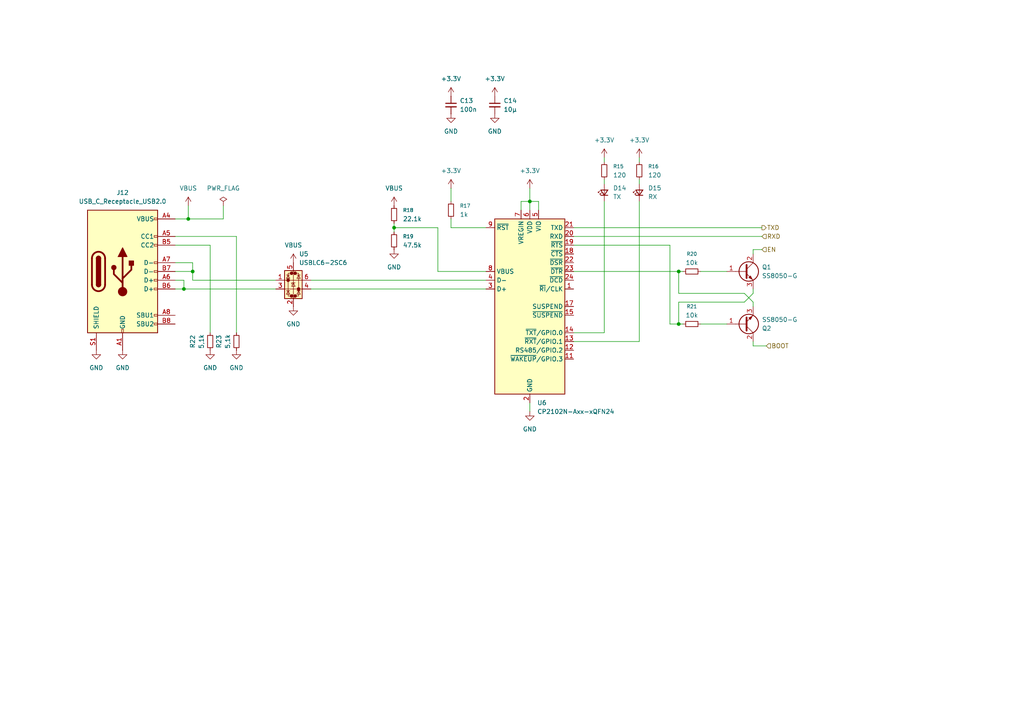
<source format=kicad_sch>
(kicad_sch (version 20250114) (generator "eeschema") (generator_version "9.0")
  (paper "A4")
  (lib_symbols
    (symbol "Connector:USB_C_Receptacle_USB2.0_16P" (pin_names (offset 1.016))
      (property "Reference" "J" (at 0 22.225 0))
      (property "Value" "USB_C_Receptacle_USB2.0_16P" (at 0 19.685 0))
      (symbol "USB_C_Receptacle_USB2.0_16P_0_0"
        (rectangle (start -0.254 -17.78) (end 0.254 -16.764))
        (rectangle (start 10.16 15.494) (end 9.144 14.986))
        (rectangle (start 10.16 10.414) (end 9.144 9.906))
        (rectangle (start 10.16 7.874) (end 9.144 7.366))
        (rectangle (start 10.16 2.794) (end 9.144 2.286))
        (rectangle (start 10.16 0.254) (end 9.144 -0.254))
        (rectangle (start 10.16 -2.286) (end 9.144 -2.794))
        (rectangle (start 10.16 -4.826) (end 9.144 -5.334))
        (rectangle (start 10.16 -12.446) (end 9.144 -12.954))
        (rectangle (start 10.16 -14.986) (end 9.144 -15.494))
      )
      (symbol "USB_C_Receptacle_USB2.0_16P_0_1"
        (rectangle (start -10.16 17.78) (end 10.16 -17.78) (stroke (width 0.254)) (fill (type background)))
        (polyline (pts (xy -8.89 -3.81) (xy -8.89 3.81)) (stroke (width 0.508)))
        (rectangle (start -7.62 -3.81) (end -6.35 3.81) (stroke (width 0.254)) (fill (type outline)))
        (arc (start -7.62 3.81) (mid -6.985 4.4423) (end -6.35 3.81) (stroke (width 0.254)))
        (arc (start -7.62 3.81) (mid -6.985 4.4423) (end -6.35 3.81) (stroke (width 0.254)) (fill (type outline)))
        (arc (start -8.89 3.81) (mid -6.985 5.7067) (end -5.08 3.81) (stroke (width 0.508)))
        (arc (start -5.08 -3.81) (mid -6.985 -5.7067) (end -8.89 -3.81) (stroke (width 0.508)))
        (arc (start -6.35 -3.81) (mid -6.985 -4.4423) (end -7.62 -3.81) (stroke (width 0.254)))
        (arc (start -6.35 -3.81) (mid -6.985 -4.4423) (end -7.62 -3.81) (stroke (width 0.254)) (fill (type outline)))
        (polyline (pts (xy -5.08 3.81) (xy -5.08 -3.81)) (stroke (width 0.508)))
        (circle (center -2.54 1.143) (radius 0.635) (stroke (width 0.254)) (fill (type outline)))
        (polyline (pts (xy -1.27 4.318) (xy 0 6.858) (xy 1.27 4.318) (xy -1.27 4.318)) (stroke (width 0.254)) (fill (type outline)))
        (polyline (pts (xy 0 -2.032) (xy 2.54 0.508) (xy 2.54 1.778)) (stroke (width 0.508)))
        (polyline (pts (xy 0 -3.302) (xy -2.54 -0.762) (xy -2.54 0.508)) (stroke (width 0.508)))
        (polyline (pts (xy 0 -5.842) (xy 0 4.318)) (stroke (width 0.508)))
        (circle (center 0 -5.842) (radius 1.27) (fill (type outline)))
        (rectangle (start 1.905 1.778) (end 3.175 3.048) (stroke (width 0.254)) (fill (type outline)))
      )
      (symbol "USB_C_Receptacle_USB2.0_16P_1_1"
        (pin passive line (at -7.62 -22.86 90) (length 5.08) (name "SHIELD") (number "S1"))
        (pin passive line (at 0 -22.86 90) (length 5.08) (name "GND") (number "A1"))
        (pin passive line (at 0 -22.86 90) (length 5.08) (hide yes) (name "GND") (number "A12"))
        (pin passive line (at 0 -22.86 90) (length 5.08) (hide yes) (name "GND") (number "B1"))
        (pin passive line (at 0 -22.86 90) (length 5.08) (hide yes) (name "GND") (number "B12"))
        (pin passive line (at 15.24 15.24 180) (length 5.08) (name "VBUS") (number "A4"))
        (pin passive line (at 15.24 15.24 180) (length 5.08) (hide yes) (name "VBUS") (number "A9"))
        (pin passive line (at 15.24 15.24 180) (length 5.08) (hide yes) (name "VBUS") (number "B4"))
        (pin passive line (at 15.24 15.24 180) (length 5.08) (hide yes) (name "VBUS") (number "B9"))
        (pin bidirectional line (at 15.24 10.16 180) (length 5.08) (name "CC1") (number "A5"))
        (pin bidirectional line (at 15.24 7.62 180) (length 5.08) (name "CC2") (number "B5"))
        (pin bidirectional line (at 15.24 2.54 180) (length 5.08) (name "D-") (number "A7"))
        (pin bidirectional line (at 15.24 0 180) (length 5.08) (name "D-") (number "B7"))
        (pin bidirectional line (at 15.24 -2.54 180) (length 5.08) (name "D+") (number "A6"))
        (pin bidirectional line (at 15.24 -5.08 180) (length 5.08) (name "D+") (number "B6"))
        (pin bidirectional line (at 15.24 -12.7 180) (length 5.08) (name "SBU1") (number "A8"))
        (pin bidirectional line (at 15.24 -15.24 180) (length 5.08) (name "SBU2") (number "B8"))
      )
    )
    (symbol "Device:C_Small" (pin_numbers (hide yes)) (pin_names (offset 0.254) (hide yes))
      (property "Reference" "C" (at 0.254 1.778 0))
      (property "Value" "C_Small" (at 0.254 -2.032 0))
      (symbol "C_Small_0_1"
        (polyline (pts (xy -1.524 0.508) (xy 1.524 0.508)) (stroke (width 0.3048)))
        (polyline (pts (xy -1.524 -0.508) (xy 1.524 -0.508)) (stroke (width 0.3302)))
      )
      (symbol "C_Small_1_1"
        (pin passive line (at 0 2.54 270) (length 2.032) (name "~") (number "1"))
        (pin passive line (at 0 -2.54 90) (length 2.032) (name "~") (number "2"))
      )
    )
    (symbol "Device:LED_Small" (pin_numbers (hide yes)) (pin_names (offset 0.254) (hide yes))
      (property "Reference" "D" (at -1.27 3.175 0))
      (property "Value" "LED_Small" (at -4.445 -2.54 0))
      (symbol "LED_Small_0_1"
        (polyline (pts (xy -0.762 -1.016) (xy -0.762 1.016)) (stroke (width 0.254)))
        (polyline (pts (xy 0 0.762) (xy -0.508 1.27) (xy -0.254 1.27) (xy -0.508 1.27) (xy -0.508 1.016)))
        (polyline (pts (xy 0.508 1.27) (xy 0 1.778) (xy 0.254 1.778) (xy 0 1.778) (xy 0 1.524)))
        (polyline (pts (xy 0.762 -1.016) (xy -0.762 0) (xy 0.762 1.016) (xy 0.762 -1.016)) (stroke (width 0.254)))
        (polyline (pts (xy 1.016 0) (xy -0.762 0)))
      )
      (symbol "LED_Small_1_1"
        (pin passive line (at -2.54 0 0) (length 1.778) (name "K") (number "1"))
        (pin passive line (at 2.54 0 180) (length 1.778) (name "A") (number "2"))
      )
    )
    (symbol "Device:R_Small" (pin_numbers (hide yes)) (pin_names (offset 0.254) (hide yes))
      (property "Reference" "R" (at 0 0 90))
      (property "Value" "R_Small" (at 1.778 0 90))
      (symbol "R_Small_0_1"
        (rectangle (start -0.762 1.778) (end 0.762 -1.778) (stroke (width 0.2032)))
      )
      (symbol "R_Small_1_1"
        (pin passive line (at 0 2.54 270) (length 0.762) (name "~") (number "1"))
        (pin passive line (at 0 -2.54 90) (length 0.762) (name "~") (number "2"))
      )
    )
    (symbol "Interface_USB:CP2102N-Axx-xQFN24"
      (property "Reference" "U" (at -8.89 26.67 0))
      (property "Value" "CP2102N-Axx-xQFN24" (at 13.97 26.67 0))
      (symbol "CP2102N-Axx-xQFN24_0_1"
        (rectangle (start -10.16 25.4) (end 10.16 -25.4) (stroke (width 0.254)) (fill (type background)))
      )
      (symbol "CP2102N-Axx-xQFN24_1_1"
        (pin input line (at -12.7 22.86 0) (length 2.54) (name "~{RST}") (number "9"))
        (pin input line (at -12.7 10.16 0) (length 2.54) (name "VBUS") (number "8"))
        (pin bidirectional line (at -12.7 7.62 0) (length 2.54) (name "D-") (number "4"))
        (pin bidirectional line (at -12.7 5.08 0) (length 2.54) (name "D+") (number "3"))
        (pin no_connect line (at -10.16 -22.86 0) (length 2.54) (hide yes) (name "NC") (number "10"))
        (pin power_in line (at -2.54 27.94 270) (length 2.54) (name "VREGIN") (number "7"))
        (pin power_in line (at 0 27.94 270) (length 2.54) (name "VDD") (number "6"))
        (pin power_in line (at 0 -27.94 90) (length 2.54) (name "GND") (number "2"))
        (pin passive line (at 0 -27.94 90) (length 2.54) (hide yes) (name "GND") (number "25"))
        (pin power_in line (at 2.54 27.94 270) (length 2.54) (name "VIO") (number "5"))
        (pin no_connect line (at 10.16 -22.86 180) (length 2.54) (hide yes) (name "NC") (number "16"))
        (pin output line (at 12.7 22.86 180) (length 2.54) (name "TXD") (number "21"))
        (pin input line (at 12.7 20.32 180) (length 2.54) (name "RXD") (number "20"))
        (pin output line (at 12.7 17.78 180) (length 2.54) (name "~{RTS}") (number "19"))
        (pin input line (at 12.7 15.24 180) (length 2.54) (name "~{CTS}") (number "18"))
        (pin input line (at 12.7 12.7 180) (length 2.54) (name "~{DSR}") (number "22"))
        (pin output line (at 12.7 10.16 180) (length 2.54) (name "~{DTR}") (number "23"))
        (pin input line (at 12.7 7.62 180) (length 2.54) (name "~{DCD}") (number "24"))
        (pin bidirectional line (at 12.7 5.08 180) (length 2.54) (name "~{RI}/CLK") (number "1"))
        (pin output line (at 12.7 0 180) (length 2.54) (name "SUSPEND") (number "17"))
        (pin output line (at 12.7 -2.54 180) (length 2.54) (name "~{SUSPEND}") (number "15"))
        (pin bidirectional line (at 12.7 -7.62 180) (length 2.54) (name "~{TXT}/GPIO.0") (number "14"))
        (pin bidirectional line (at 12.7 -10.16 180) (length 2.54) (name "~{RXT}/GPIO.1") (number "13"))
        (pin bidirectional line (at 12.7 -12.7 180) (length 2.54) (name "RS485/GPIO.2") (number "12"))
        (pin bidirectional line (at 12.7 -15.24 180) (length 2.54) (name "~{WAKEUP}/GPIO.3") (number "11"))
      )
    )
    (symbol "Power_Protection:USBLC6-2SC6" (pin_names (hide yes))
      (property "Reference" "U" (at 0.635 5.715 0))
      (property "Value" "USBLC6-2SC6" (at 0.635 3.81 0))
      (symbol "USBLC6-2SC6_0_0"
        (circle (center -1.524 0) (radius 0.0001) (stroke (width 0.508)))
        (circle (center -0.508 2.032) (radius 0.0001) (stroke (width 0.508)))
        (circle (center -0.508 -4.572) (radius 0.0001) (stroke (width 0.508)))
        (circle (center 0.508 2.032) (radius 0.0001) (stroke (width 0.508)))
        (circle (center 0.508 -4.572) (radius 0.0001) (stroke (width 0.508)))
        (circle (center 1.524 -2.54) (radius 0.0001) (stroke (width 0.508)))
      )
      (symbol "USBLC6-2SC6_0_1"
        (polyline (pts (xy -2.54 0) (xy 2.54 0)))
        (polyline (pts (xy -2.54 -2.54) (xy 2.54 -2.54)))
        (polyline (pts (xy -2.032 0.508) (xy -1.016 0.508) (xy -1.524 1.524) (xy -2.032 0.508)))
        (polyline (pts (xy -2.032 -3.048) (xy -1.016 -3.048)))
        (polyline (pts (xy -1.016 1.524) (xy -2.032 1.524)))
        (polyline (pts (xy -1.016 -4.064) (xy -2.032 -4.064) (xy -1.524 -3.048) (xy -1.016 -4.064)))
        (polyline (pts (xy -0.508 -1.143) (xy -0.508 -0.762) (xy 0.508 -0.762)))
        (polyline (pts (xy 0 2.54) (xy -0.508 2.032) (xy 0.508 2.032) (xy 0 1.524) (xy 0 -4.064) (xy -0.508 -4.572) (xy 0.508 -4.572) (xy 0 -5.08)))
        (polyline (pts (xy 0.508 -1.778) (xy -0.508 -1.778) (xy 0 -0.762) (xy 0.508 -1.778)))
        (polyline (pts (xy 1.016 1.524) (xy 2.032 1.524)))
        (polyline (pts (xy 1.016 -3.048) (xy 2.032 -3.048)))
        (polyline (pts (xy 2.032 0.508) (xy 1.016 0.508) (xy 1.524 1.524) (xy 2.032 0.508)))
        (polyline (pts (xy 2.032 -4.064) (xy 1.016 -4.064) (xy 1.524 -3.048) (xy 2.032 -4.064)))
      )
      (symbol "USBLC6-2SC6_1_1"
        (rectangle (start -2.54 2.794) (end 2.54 -5.334) (stroke (width 0.254)) (fill (type background)))
        (polyline (pts (xy -0.508 2.032) (xy -1.524 2.032) (xy -1.524 -4.572) (xy -0.508 -4.572)))
        (polyline (pts (xy 0.508 -4.572) (xy 1.524 -4.572) (xy 1.524 2.032) (xy 0.508 2.032)))
        (pin passive line (at -5.08 0 0) (length 2.54) (name "I/O1") (number "1"))
        (pin passive line (at -5.08 -2.54 0) (length 2.54) (name "I/O2") (number "3"))
        (pin passive line (at 0 5.08 270) (length 2.54) (name "VBUS") (number "5"))
        (pin passive line (at 0 -7.62 90) (length 2.54) (name "GND") (number "2"))
        (pin passive line (at 5.08 0 180) (length 2.54) (name "I/O1") (number "6"))
        (pin passive line (at 5.08 -2.54 180) (length 2.54) (name "I/O2") (number "4"))
      )
    )
    (symbol "Transistor_BJT:Q_NPN_BCE" (pin_names (offset 0) (hide yes))
      (property "Reference" "Q" (at 5.08 1.27 0))
      (property "Value" "Q_NPN_BCE" (at 5.08 -1.27 0))
      (symbol "Q_NPN_BCE_0_1"
        (polyline (pts (xy -2.54 0) (xy 0.635 0)))
        (polyline (pts (xy 0.635 1.905) (xy 0.635 -1.905)) (stroke (width 0.508)))
        (circle (center 1.27 0) (radius 2.8194) (stroke (width 0.254)))
      )
      (symbol "Q_NPN_BCE_1_1"
        (polyline (pts (xy 0.635 0.635) (xy 2.54 2.54)))
        (polyline (pts (xy 0.635 -0.635) (xy 2.54 -2.54)))
        (polyline (pts (xy 1.27 -1.778) (xy 1.778 -1.27) (xy 2.286 -2.286) (xy 1.27 -1.778)) (fill (type outline)))
        (pin input line (at -5.08 0 0) (length 2.54) (name "B") (number "1"))
        (pin passive line (at 2.54 5.08 270) (length 2.54) (name "C") (number "2"))
        (pin passive line (at 2.54 -5.08 90) (length 2.54) (name "E") (number "3"))
      )
    )
    (symbol "power:+3.3V" (power) (pin_numbers (hide yes)) (pin_names (offset 0) (hide yes))
      (property "Value" "+3.3V" (at 0 3.556 0))
      (symbol "+3.3V_0_1"
        (polyline (pts (xy -0.762 1.27) (xy 0 2.54)))
        (polyline (pts (xy 0 2.54) (xy 0.762 1.27)))
        (polyline (pts (xy 0 0) (xy 0 2.54)))
      )
      (symbol "+3.3V_1_1"
        (pin power_in line (at 0 0 90) (length 0) (name "~") (number "1"))
      )
    )
    (symbol "power:GND" (power) (pin_numbers (hide yes)) (pin_names (offset 0) (hide yes))
      (property "Value" "GND" (at 0 -3.81 0))
      (symbol "GND_0_1"
        (polyline (pts (xy 0 0) (xy 0 -1.27) (xy 1.27 -1.27) (xy 0 -2.54) (xy -1.27 -1.27) (xy 0 -1.27)))
      )
      (symbol "GND_1_1"
        (pin power_in line (at 0 0 270) (length 0) (name "~") (number "1"))
      )
    )
    (symbol "power:PWR_FLAG" (power) (pin_numbers (hide yes)) (pin_names (offset 0) (hide yes))
      (property "Value" "PWR_FLAG" (at 0 3.81 0))
      (symbol "PWR_FLAG_0_0"
        (pin power_out line (at 0 0 90) (length 0) (name "~") (number "1"))
      )
      (symbol "PWR_FLAG_0_1"
        (polyline (pts (xy 0 0) (xy 0 1.27) (xy -1.016 1.905) (xy 0 2.54) (xy 1.016 1.905) (xy 0 1.27)))
      )
    )
    (symbol "power:VBUS" (power) (pin_numbers (hide yes)) (pin_names (offset 0) (hide yes))
      (property "Value" "VBUS" (at 0 3.556 0))
      (symbol "VBUS_0_1"
        (polyline (pts (xy -0.762 1.27) (xy 0 2.54)))
        (polyline (pts (xy 0 2.54) (xy 0.762 1.27)))
        (polyline (pts (xy 0 0) (xy 0 2.54)))
      )
      (symbol "VBUS_1_1"
        (pin power_in line (at 0 0 90) (length 0) (name "~") (number "1"))
      )
    )
  )
  (junction (at 54.61 63.5))
  (junction (at 114.3 66.04))
  (junction (at 196.85 93.98))
  (junction (at 55.88 78.74))
  (junction (at 196.85 78.74))
  (junction (at 53.34 83.82))
  (junction (at 153.67 58.42))
  (wire (pts (xy 166.37 99.06) (xy 185.42 99.06)))
  (wire (pts (xy 153.67 54.61) (xy 153.67 58.42)))
  (wire (pts (xy 55.88 76.2) (xy 55.88 78.74)))
  (wire (pts (xy 54.61 63.5) (xy 54.61 59.69)))
  (wire (pts (xy 114.3 64.77) (xy 114.3 66.04)))
  (wire (pts (xy 218.44 100.33) (xy 222.25 100.33)))
  (wire (pts (xy 64.77 63.5) (xy 54.61 63.5)))
  (wire (pts (xy 127 78.74) (xy 140.97 78.74)))
  (wire (pts (xy 194.31 93.98) (xy 196.85 93.98)))
  (wire (pts (xy 55.88 81.28) (xy 55.88 78.74)))
  (wire (pts (xy 60.96 71.12) (xy 60.96 96.52)))
  (wire (pts (xy 218.44 99.06) (xy 218.44 100.33)))
  (wire (pts (xy 153.67 119.38) (xy 153.67 116.84)))
  (wire (pts (xy 218.44 72.39) (xy 218.44 73.66)))
  (wire (pts (xy 196.85 85.09) (xy 215.9 85.09)))
  (wire (pts (xy 64.77 59.69) (xy 64.77 63.5)))
  (wire (pts (xy 175.26 45.72) (xy 175.26 46.99)))
  (wire (pts (xy 151.13 58.42) (xy 151.13 60.96)))
  (wire (pts (xy 130.81 66.04) (xy 140.97 66.04)))
  (wire (pts (xy 218.44 87.63) (xy 215.9 85.09)))
  (wire (pts (xy 175.26 96.52) (xy 166.37 96.52)))
  (wire (pts (xy 185.42 45.72) (xy 185.42 46.99)))
  (wire (pts (xy 185.42 52.07) (xy 185.42 53.34)))
  (wire (pts (xy 53.34 83.82) (xy 50.8 83.82)))
  (wire (pts (xy 151.13 58.42) (xy 153.67 58.42)))
  (wire (pts (xy 203.2 93.98) (xy 210.82 93.98)))
  (wire (pts (xy 68.58 68.58) (xy 68.58 96.52)))
  (wire (pts (xy 196.85 87.63) (xy 196.85 93.98)))
  (wire (pts (xy 175.26 52.07) (xy 175.26 53.34)))
  (wire (pts (xy 114.3 66.04) (xy 127 66.04)))
  (wire (pts (xy 210.82 78.74) (xy 203.2 78.74)))
  (wire (pts (xy 90.17 83.82) (xy 140.97 83.82)))
  (wire (pts (xy 53.34 81.28) (xy 53.34 83.82)))
  (wire (pts (xy 127 66.04) (xy 127 78.74)))
  (wire (pts (xy 166.37 78.74) (xy 196.85 78.74)))
  (wire (pts (xy 175.26 58.42) (xy 175.26 96.52)))
  (wire (pts (xy 156.21 58.42) (xy 156.21 60.96)))
  (wire (pts (xy 50.8 68.58) (xy 68.58 68.58)))
  (wire (pts (xy 196.85 85.09) (xy 196.85 78.74)))
  (wire (pts (xy 50.8 63.5) (xy 54.61 63.5)))
  (wire (pts (xy 153.67 58.42) (xy 153.67 60.96)))
  (wire (pts (xy 55.88 81.28) (xy 80.01 81.28)))
  (wire (pts (xy 218.44 88.9) (xy 218.44 87.63)))
  (wire (pts (xy 185.42 99.06) (xy 185.42 58.42)))
  (wire (pts (xy 130.81 66.04) (xy 130.81 63.5)))
  (wire (pts (xy 194.31 71.12) (xy 194.31 93.98)))
  (wire (pts (xy 50.8 76.2) (xy 55.88 76.2)))
  (wire (pts (xy 80.01 83.82) (xy 53.34 83.82)))
  (wire (pts (xy 196.85 87.63) (xy 215.9 87.63)))
  (wire (pts (xy 218.44 83.82) (xy 218.44 85.09)))
  (wire (pts (xy 50.8 71.12) (xy 60.96 71.12)))
  (wire (pts (xy 166.37 71.12) (xy 194.31 71.12)))
  (wire (pts (xy 218.44 85.09) (xy 215.9 87.63)))
  (wire (pts (xy 90.17 81.28) (xy 140.97 81.28)))
  (wire (pts (xy 166.37 66.04) (xy 220.98 66.04)))
  (wire (pts (xy 50.8 78.74) (xy 55.88 78.74)))
  (wire (pts (xy 196.85 93.98) (xy 198.12 93.98)))
  (wire (pts (xy 166.37 68.58) (xy 220.98 68.58)))
  (wire (pts (xy 218.44 72.39) (xy 220.98 72.39)))
  (wire (pts (xy 50.8 81.28) (xy 53.34 81.28)))
  (wire (pts (xy 196.85 78.74) (xy 198.12 78.74)))
  (wire (pts (xy 130.81 58.42) (xy 130.81 54.61)))
  (wire (pts (xy 156.21 58.42) (xy 153.67 58.42)))
  (wire (pts (xy 114.3 66.04) (xy 114.3 67.31)))
  (hierarchical_label "EN" (shape input) (at 220.98 72.39 0))
  (hierarchical_label "RXD" (shape input) (at 220.98 68.58 0))
  (hierarchical_label "TXD" (shape output) (at 220.98 66.04 0))
  (hierarchical_label "BOOT" (shape input) (at 222.25 100.33 0))
  (symbol (lib_id "power:GND") (at 35.56 101.6 0) (unit 1)
    (property "Reference" "#PWR077" (effects (hide yes)))
    (property "Value" "GND" (at 35.56 106.68 0))
  )
  (symbol (lib_id "power:GND") (at 114.3 72.39 0) (unit 1)
    (property "Reference" "#PWR073" (effects (hide yes)))
    (property "Value" "GND" (at 114.3 77.47 0))
    (property "Description" "Power symbol creates a global label with name \"GND\" , ground" (effects (hide yes)))
  )
  (symbol (lib_id "Device:C_Small") (at 143.51 30.48 0) (unit 1)
    (property "Reference" "C14" (at 146.05 29.2162 0) (effects (justify left)))
    (property "Value" "10µ" (at 146.05 31.7562 0) (effects (justify left)))
    (property "Footprint" "Capacitor_SMD:C_0603_1608Metric" (effects (hide yes)))
    (property "Description" "Unpolarized capacitor, small symbol" (effects (hide yes)))
  )
  (symbol (lib_id "power:+3.3V") (at 185.42 45.72 0) (unit 1)
    (property "Reference" "#PWR068" (effects (hide yes)))
    (property "Value" "+3.3V" (at 185.42 40.64 0))
    (property "Description" "Power symbol creates a global label with name \"+3.3V\"" (effects (hide yes)))
  )
  (symbol (lib_id "Power_Protection:USBLC6-2SC6") (at 85.09 81.28 0) (unit 1)
    (property "Reference" "U5" (at 86.7411 73.66 0) (effects (justify left)))
    (property "Value" "USBLC6-2SC6" (at 86.7411 76.2 0) (effects (justify left)))
    (property "Footprint" "Package_TO_SOT_SMD:SOT-23-6" (effects (hide yes)))
    (property "Datasheet" "https://www.st.com/resource/en/datasheet/usblc6-2.pdf" (effects (hide yes)))
    (property "Description" "Very low capacitance ESD protection diode, 2 data-line, SOT-23-6" (effects (hide yes)))
  )
  (symbol (lib_id "power:+3.3V") (at 130.81 54.61 0) (unit 1)
    (property "Reference" "#PWR069" (effects (hide yes)))
    (property "Value" "+3.3V" (at 130.81 49.53 0))
    (property "Description" "Power symbol creates a global label with name \"+3.3V\"" (effects (hide yes)))
  )
  (symbol (lib_id "power:GND") (at 27.94 101.6 0) (unit 1)
    (property "Reference" "#PWR076" (effects (hide yes)))
    (property "Value" "GND" (at 27.94 106.68 0))
  )
  (symbol (lib_id "Transistor_BJT:Q_NPN_BCE") (at 215.9 78.74 0) (unit 1)
    (property "Reference" "Q1" (at 220.98 77.4699 0) (effects (justify left)))
    (property "Value" "SS8050-G" (at 220.98 80.0099 0) (effects (justify left)))
    (property "Footprint" "Package_TO_SOT_SMD:SOT-23-3" (effects (hide yes)))
    (property "Description" "NPN transistor, base/collector/emitter" (effects (hide yes)))
  )
  (symbol (lib_id "power:GND") (at 143.51 33.02 0) (unit 1)
    (property "Reference" "#PWR066" (effects (hide yes)))
    (property "Value" "GND" (at 143.51 38.1 0))
    (property "Description" "Power symbol creates a global label with name \"GND\" , ground" (effects (hide yes)))
  )
  (symbol (lib_id "power:VBUS") (at 114.3 59.69 0) (unit 1)
    (property "Reference" "#PWR072" (effects (hide yes)))
    (property "Value" "VBUS" (at 114.3 54.61 0))
    (property "Description" "Power symbol creates a global label with name \"VBUS\"" (effects (hide yes)))
  )
  (symbol (lib_id "Device:R_Small") (at 68.58 99.06 180) (unit 1)
    (property "Reference" "R23" (at 63.5 99.06 90))
    (property "Value" "5,1k" (at 66.04 99.06 90))
    (property "Footprint" "Resistor_SMD:R_0603_1608Metric" (effects (hide yes)))
  )
  (symbol (lib_id "Device:LED_Small") (at 175.26 55.88 90) (unit 1)
    (property "Reference" "D14" (at 177.8 54.5464 90) (effects (justify right)))
    (property "Value" "TX" (at 177.8 57.0864 90) (effects (justify right)))
    (property "Footprint" "LED_SMD:LED_0805_2012Metric" (effects (hide yes)))
    (property "Description" "Light emitting diode, small symbol" (effects (hide yes)))
    (property "Sim.Pin" "1=K 2=A" (effects (hide yes)))
  )
  (symbol (lib_id "power:VBUS") (at 85.09 76.2 0) (unit 1)
    (property "Reference" "#PWR074" (effects (hide yes)))
    (property "Value" "VBUS" (at 85.09 71.12 0))
    (property "Description" "Power symbol creates a global label with name \"VBUS\"" (effects (hide yes)))
  )
  (symbol (lib_id "Connector:USB_C_Receptacle_USB2.0_16P") (at 35.56 78.74 0) (unit 1)
    (property "Reference" "J12" (at 35.56 55.88 0))
    (property "Value" "USB_C_Receptacle_USB2.0" (at 35.56 58.42 0))
    (property "Footprint" "Connector_USB:USB_C_Receptacle_GCT_USB4105-xx-A_16P_TopMnt_Horizontal" (effects (hide yes)))
    (property "Datasheet" "https://www.usb.org/sites/default/files/documents/usb_type-c.zip" (effects (hide yes)))
    (property "Description" "USB 2.0-only 16P Type-C Receptacle connector" (effects (hide yes)))
  )
  (symbol (lib_id "power:+3.3V") (at 153.67 54.61 0) (unit 1)
    (property "Reference" "#PWR070" (effects (hide yes)))
    (property "Value" "+3.3V" (at 153.67 49.53 0))
    (property "Description" "Power symbol creates a global label with name \"+3.3V\"" (effects (hide yes)))
  )
  (symbol (lib_id "Device:R_Small") (at 175.26 49.53 0) (unit 1)
    (property "Reference" "R15" (at 177.8 48.2599 0) (effects (font (size 1.016 1.016)) (justify left)))
    (property "Value" "120" (at 177.8 50.7999 0) (effects (justify left)))
    (property "Footprint" "Resistor_SMD:R_0603_1608Metric" (effects (hide yes)))
    (property "Description" "Resistor, small symbol" (effects (hide yes)))
  )
  (symbol (lib_id "power:GND") (at 130.81 33.02 0) (unit 1)
    (property "Reference" "#PWR065" (effects (hide yes)))
    (property "Value" "GND" (at 130.81 38.1 0))
    (property "Description" "Power symbol creates a global label with name \"GND\" , ground" (effects (hide yes)))
  )
  (symbol (lib_id "Device:R_Small") (at 200.66 93.98 90) (unit 1)
    (property "Reference" "R21" (at 200.66 88.9 90) (effects (font (size 1.016 1.016))))
    (property "Value" "10k" (at 200.66 91.44 90))
    (property "Footprint" "Resistor_SMD:R_0603_1608Metric" (effects (hide yes)))
    (property "Description" "Resistor, small symbol" (effects (hide yes)))
  )
  (symbol (lib_id "power:+3.3V") (at 143.51 27.94 0) (unit 1)
    (property "Reference" "#PWR064" (effects (hide yes)))
    (property "Value" "+3.3V" (at 143.51 22.86 0))
    (property "Description" "Power symbol creates a global label with name \"+3.3V\"" (effects (hide yes)))
  )
  (symbol (lib_id "power:GND") (at 153.67 119.38 0) (unit 1)
    (property "Reference" "#PWR080" (effects (hide yes)))
    (property "Value" "GND" (at 153.67 124.46 0))
    (property "Description" "Power symbol creates a global label with name \"GND\" , ground" (effects (hide yes)))
  )
  (symbol (lib_id "power:GND") (at 60.96 101.6 0) (unit 1)
    (property "Reference" "#PWR078" (effects (hide yes)))
    (property "Value" "GND" (at 60.96 106.68 0))
  )
  (symbol (lib_id "Transistor_BJT:Q_NPN_BCE") (at 215.9 93.98 0) (mirror x) (unit 1)
    (property "Reference" "Q2" (at 220.98 95.2501 0) (effects (justify left)))
    (property "Value" "SS8050-G" (at 220.98 92.7101 0) (effects (justify left)))
    (property "Footprint" "Package_TO_SOT_SMD:SOT-23-3" (effects (hide yes)))
    (property "Description" "NPN transistor, base/collector/emitter" (effects (hide yes)))
  )
  (symbol (lib_id "power:PWR_FLAG") (at 64.77 59.69 0) (unit 1)
    (property "Reference" "#FLG05" (effects (hide yes)))
    (property "Value" "PWR_FLAG" (at 64.77 54.61 0))
    (property "Description" "Special symbol for telling ERC where power comes from" (effects (hide yes)))
  )
  (symbol (lib_id "Device:R_Small") (at 114.3 69.85 0) (unit 1)
    (property "Reference" "R19" (at 116.84 68.5799 0) (effects (font (size 1.016 1.016)) (justify left)))
    (property "Value" "47.5k" (at 116.84 71.1199 0) (effects (justify left)))
    (property "Footprint" "Resistor_SMD:R_0603_1608Metric" (effects (hide yes)))
    (property "Description" "Resistor, small symbol" (effects (hide yes)))
  )
  (symbol (lib_id "Device:R_Small") (at 60.96 99.06 180) (unit 1)
    (property "Reference" "R22" (at 55.88 99.06 90))
    (property "Value" "5,1k" (at 58.42 99.06 90))
    (property "Footprint" "Resistor_SMD:R_0603_1608Metric" (effects (hide yes)))
  )
  (symbol (lib_id "power:VBUS") (at 54.61 59.69 0) (unit 1)
    (property "Reference" "#PWR071" (effects (hide yes)))
    (property "Value" "VBUS" (at 54.61 54.61 0))
  )
  (symbol (lib_id "Device:R_Small") (at 200.66 78.74 90) (unit 1)
    (property "Reference" "R20" (at 200.66 73.66 90) (effects (font (size 1.016 1.016))))
    (property "Value" "10k" (at 200.66 76.2 90))
    (property "Footprint" "Resistor_SMD:R_0603_1608Metric" (effects (hide yes)))
    (property "Description" "Resistor, small symbol" (effects (hide yes)))
  )
  (symbol (lib_id "power:GND") (at 85.09 88.9 0) (unit 1)
    (property "Reference" "#PWR075" (effects (hide yes)))
    (property "Value" "GND" (at 85.09 93.98 0))
    (property "Description" "Power symbol creates a global label with name \"GND\" , ground" (effects (hide yes)))
  )
  (symbol (lib_id "power:+3.3V") (at 175.26 45.72 0) (unit 1)
    (property "Reference" "#PWR067" (effects (hide yes)))
    (property "Value" "+3.3V" (at 175.26 40.64 0))
    (property "Description" "Power symbol creates a global label with name \"+3.3V\"" (effects (hide yes)))
  )
  (symbol (lib_id "power:GND") (at 68.58 101.6 0) (unit 1)
    (property "Reference" "#PWR079" (effects (hide yes)))
    (property "Value" "GND" (at 68.58 106.68 0))
  )
  (symbol (lib_id "Device:R_Small") (at 114.3 62.23 0) (unit 1)
    (property "Reference" "R18" (at 116.84 60.9599 0) (effects (font (size 1.016 1.016)) (justify left)))
    (property "Value" "22.1k" (at 116.84 63.4999 0) (effects (justify left)))
    (property "Footprint" "Resistor_SMD:R_0603_1608Metric" (effects (hide yes)))
    (property "Description" "Resistor, small symbol" (effects (hide yes)))
  )
  (symbol (lib_id "Interface_USB:CP2102N-Axx-xQFN24") (at 153.67 88.9 0) (unit 1)
    (property "Reference" "U6" (at 155.8133 116.84 0) (effects (justify left)))
    (property "Value" "CP2102N-Axx-xQFN24" (at 155.8133 119.38 0) (effects (justify left)))
    (property "Footprint" "Package_DFN_QFN:QFN-24-1EP_4x4mm_P0.5mm_EP2.6x2.6mm" (effects (hide yes)))
    (property "Datasheet" "https://www.silabs.com/documents/public/data-sheets/cp2102n-datasheet.pdf" (effects (hide yes)))
    (property "Description" "USB to UART master bridge, QFN-24" (effects (hide yes)))
  )
  (symbol (lib_id "Device:C_Small") (at 130.81 30.48 0) (unit 1)
    (property "Reference" "C13" (at 133.35 29.2162 0) (effects (justify left)))
    (property "Value" "100n" (at 133.35 31.7562 0) (effects (justify left)))
    (property "Footprint" "Capacitor_SMD:C_0603_1608Metric" (effects (hide yes)))
    (property "Description" "Unpolarized capacitor, small symbol" (effects (hide yes)))
  )
  (symbol (lib_id "Device:LED_Small") (at 185.42 55.88 90) (unit 1)
    (property "Reference" "D15" (at 187.96 54.5464 90) (effects (justify right)))
    (property "Value" "RX" (at 187.96 57.0864 90) (effects (justify right)))
    (property "Footprint" "LED_SMD:LED_0805_2012Metric" (effects (hide yes)))
    (property "Description" "Light emitting diode, small symbol" (effects (hide yes)))
    (property "Sim.Pin" "1=K 2=A" (effects (hide yes)))
  )
  (symbol (lib_id "Device:R_Small") (at 185.42 49.53 0) (unit 1)
    (property "Reference" "R16" (at 187.96 48.2599 0) (effects (font (size 1.016 1.016)) (justify left)))
    (property "Value" "120" (at 187.96 50.7999 0) (effects (justify left)))
    (property "Footprint" "Resistor_SMD:R_0603_1608Metric" (effects (hide yes)))
    (property "Description" "Resistor, small symbol" (effects (hide yes)))
  )
  (symbol (lib_id "Device:R_Small") (at 130.81 60.96 0) (unit 1)
    (property "Reference" "R17" (at 133.35 59.6899 0) (effects (font (size 1.016 1.016)) (justify left)))
    (property "Value" "1k" (at 133.35 62.2299 0) (effects (justify left)))
    (property "Footprint" "Resistor_SMD:R_0603_1608Metric" (effects (hide yes)))
    (property "Description" "Resistor, small symbol" (effects (hide yes)))
  )
  (symbol (lib_id "power:+3.3V") (at 130.81 27.94 0) (unit 1)
    (property "Reference" "#PWR063" (effects (hide yes)))
    (property "Value" "+3.3V" (at 130.81 22.86 0))
    (property "Description" "Power symbol creates a global label with name \"+3.3V\"" (effects (hide yes)))
  )
)
</source>
